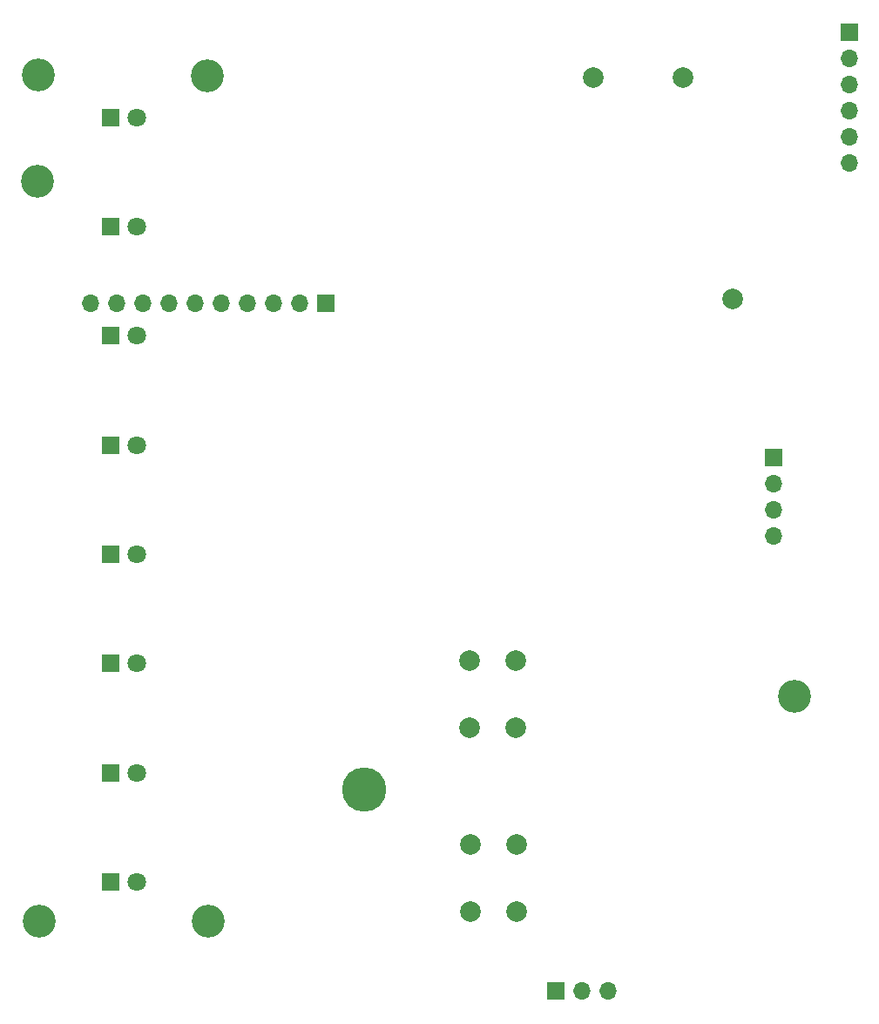
<source format=gts>
G04 #@! TF.GenerationSoftware,KiCad,Pcbnew,6.0.11-2627ca5db0~126~ubuntu22.04.1*
G04 #@! TF.CreationDate,2023-06-25T15:34:26+01:00*
G04 #@! TF.ProjectId,ui_daughterboard,75695f64-6175-4676-9874-6572626f6172,rev?*
G04 #@! TF.SameCoordinates,Original*
G04 #@! TF.FileFunction,Soldermask,Top*
G04 #@! TF.FilePolarity,Negative*
%FSLAX46Y46*%
G04 Gerber Fmt 4.6, Leading zero omitted, Abs format (unit mm)*
G04 Created by KiCad (PCBNEW 6.0.11-2627ca5db0~126~ubuntu22.04.1) date 2023-06-25 15:34:26*
%MOMM*%
%LPD*%
G01*
G04 APERTURE LIST*
%ADD10C,3.200000*%
%ADD11C,2.000000*%
%ADD12C,4.300000*%
%ADD13R,1.800000X1.800000*%
%ADD14C,1.800000*%
%ADD15R,1.700000X1.700000*%
%ADD16O,1.700000X1.700000*%
G04 APERTURE END LIST*
D10*
X130060000Y-139450113D03*
X56460000Y-89350113D03*
D11*
X110510000Y-79310000D03*
X119240000Y-79310000D03*
D12*
X88220000Y-148460000D03*
D13*
X63545000Y-125621428D03*
D14*
X66085000Y-125621428D03*
D10*
X73030000Y-161302856D03*
X56590000Y-79052856D03*
X56610000Y-161242856D03*
X72990000Y-79110000D03*
D11*
X102950000Y-135940000D03*
X102950000Y-142440000D03*
X98450000Y-142440000D03*
X98450000Y-135940000D03*
X103050000Y-153810000D03*
X103050000Y-160310000D03*
X98550000Y-160310000D03*
X98550000Y-153810000D03*
X124000000Y-100800000D03*
D15*
X128050000Y-116230000D03*
D16*
X128050000Y-118770000D03*
X128050000Y-121310000D03*
X128050000Y-123850000D03*
X61615000Y-101240000D03*
X64155000Y-101240000D03*
X66695000Y-101240000D03*
X69235000Y-101240000D03*
X71775000Y-101240000D03*
X74315000Y-101240000D03*
X76855000Y-101240000D03*
X79395000Y-101240000D03*
X81935000Y-101240000D03*
D15*
X84475000Y-101240000D03*
X135350000Y-74940000D03*
D16*
X135350000Y-77480000D03*
X135350000Y-80020000D03*
X135350000Y-82560000D03*
X135350000Y-85100000D03*
X135350000Y-87640000D03*
D13*
X63545000Y-83170000D03*
D14*
X66085000Y-83170000D03*
D13*
X63545000Y-93782857D03*
D14*
X66085000Y-93782857D03*
D13*
X63545000Y-104395714D03*
D14*
X66085000Y-104395714D03*
D13*
X63545000Y-115008571D03*
D14*
X66085000Y-115008571D03*
D13*
X63545000Y-136234285D03*
D14*
X66085000Y-136234285D03*
D13*
X63545000Y-146847142D03*
D14*
X66085000Y-146847142D03*
X66085000Y-157460000D03*
D13*
X63545000Y-157460000D03*
D15*
X106850000Y-168040000D03*
D16*
X109390000Y-168040000D03*
X111930000Y-168040000D03*
M02*

</source>
